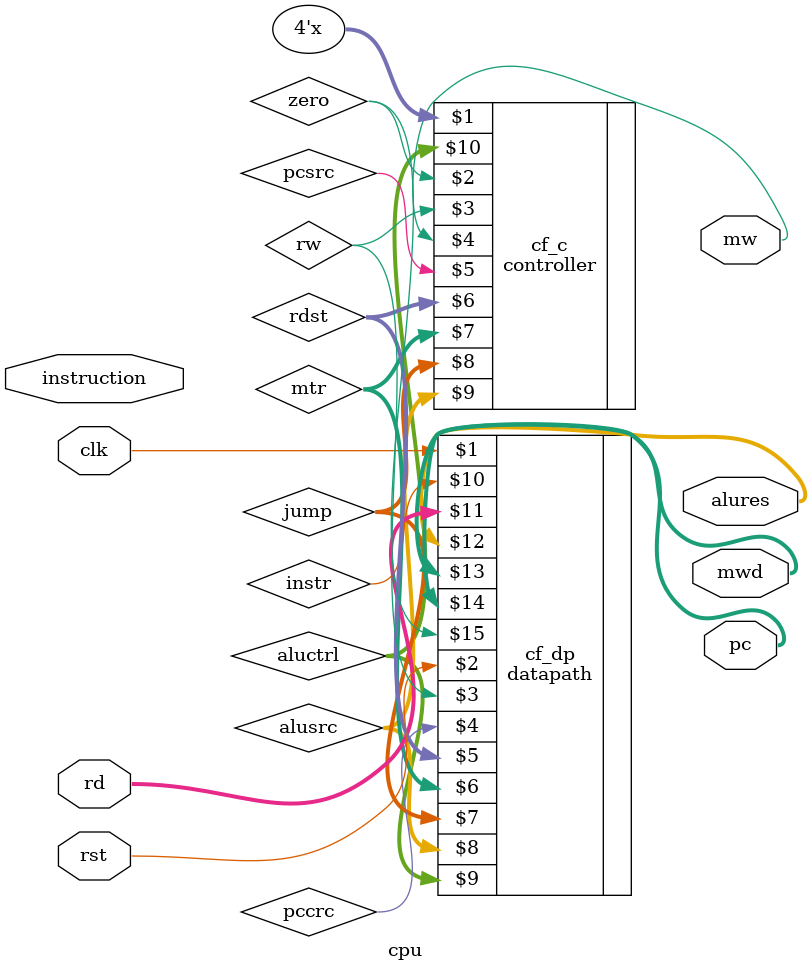
<source format=sv>
`ifndef CPU
`define CPU
`timescale 1ns/100ps

`include "../datapath/datapath.sv"
`include "../controller/controller.sv"

module cpu (
    input logic clk, rst,
    input logic [15:0] instruction, rd,
    output logic mw,
    output logic [15:0] alures, mwd, pc
    );
    logic zero, rw, pcsrc;
    logic [1:0] rdst, mtr, jump, alusrc;
    logic [2:0] aluctrl;

    controller cf_c(
        instr[15:12],
        zero,
        rw,
        mw,
        pcsrc,
        rdst,
        mtr,
        jump,
        alusrc,
        aluctrl
        );
    datapath cf_dp(
        clk,
        rst,
        rw,
        pccrc,
        rdst,
        mtr,
        jump,
        alusrc,
        aluctrl,
        instr,
        rd,
        alures,
        mwd,
        pc,
        zero
        );
endmodule

`endif // CPU

</source>
